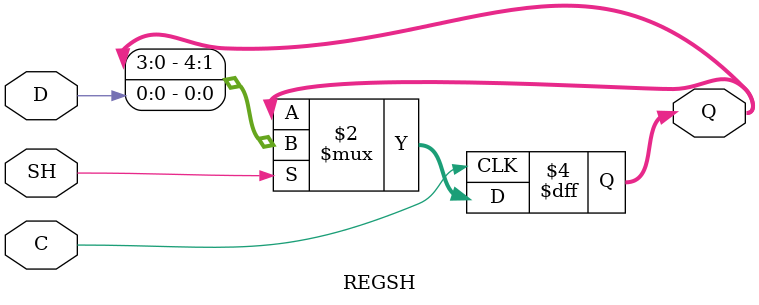
<source format=v>
module MorzD(	output reg [6:0]ABCDEFGY,
				output [6:0]ABCDEFGIY,
				output [1:0]StatusY,
					input aM,
						input C);
	//"-" >= 4T;
	//"." <= 3T;
	//âðåìÿ ìåæäó ýëåìåíòàìè < 7T;
	//âðåìÿ ìåæäó êîäàìè >= 7T;
	
	//Ñ× ñòðîáà
	wire [23:0]CTStrobQ;
	wire StrobY = CTStrobQ == 24'd12_500_000;
	CT #(24) CTStrob(.Q(CTStrobQ), .INC(1'd1), .R(StrobY), .C(C));
	
	//Ïîäàâëåíèå äðåáåçãà
	wire KQ;
	Chatter Chatter(.Q(KQ), .aX(aM), .C(C));
	
	//Âûÿâëåíèå ñïàäàþùåãî ôðîíòà
	wire TDelayQ;
	TD TDelay(.Q(TDelayQ), .D(KQ), .C(C));
	wire FFrontY = !KQ & TDelayQ;
	
	//Ñ× äëèòåëüíîñòè ýëåìåíòà
	wire [2:0]CTLongQ;
	wire CTLongEq4Y = CTLongQ == 3'd4;
	CT #(3) CTLong(.Q(CTLongQ), .INC(KQ & !CTLongEq4Y & StrobY), .R(FFrontY), .C(C));

	//Ñ× äëèòåëüíîñòè èíòåðâàëà ìåæäó êîäàìè
	wire [2:0]CTIntervalQ;
	wire CTIntervalEq7Y = CTIntervalQ == 3'd7;
	CT #(3) CTInterval(.Q(CTIntervalQ), .INC(!KQ & !CTIntervalEq7Y & StrobY), .R(KQ), .C(C));
	
	//Âûÿâëåíèå íàðàñòàþùåãî ôðîíòà
	wire RFrontY = KQ & !TDelayQ;
	
	//Ñ× áèòîâ
	wire [2:0]CTBitQ;
	wire INC_CTBit = FFrontY & (CTBitQ != 3'd5);
	CT #(3) CTBit(.Q(CTBitQ), .INC(INC_CTBit), .R(RFrontY & CTIntervalEq7Y), .C(C));
	
	//ÐÅÃ áèòîâ
	wire [4:0]REGBitQ;
	REGSH REGBit(.Q(REGBitQ), .SH(INC_CTBit), .D(CTLongEq4Y), .C(C));
	// _____
	//|	 a	|
	//|f	|b
	//|		|
	//|_____|
	//|	 g	|
	//|e	|c
	//|		|
	//|_____|
	//	 d
	reg ErrorY;
	always @(*)
	begin
		if(CTBitQ == 3'd5)
		begin
			case(REGBitQ)
				5'b11111:	begin			//abcdefg
								ErrorY = 0;
								ABCDEFGY = 7'b1111110; //0
							end
				5'b01111:	begin//1
								ErrorY = 0;
								ABCDEFGY = 7'b0110000; //1
							end
				5'b00111:	begin//2
								ErrorY = 0;
								ABCDEFGY = 7'b1101101; //2
							end
				5'b00011:	begin
								ErrorY = 0;
								ABCDEFGY = 7'b1111001; //3
							end
				5'b00001:	begin
								ErrorY = 0;
								ABCDEFGY = 7'b0110011; //4
							end
				5'b00000:	begin
								ErrorY = 0;
								ABCDEFGY = 7'b1011011; //5
							end
				5'b10000:	begin
								ErrorY = 0;
								ABCDEFGY = 7'b1011111; //6
							end
				5'b11000:	begin
								ErrorY = 0;
								ABCDEFGY = 7'b1110000; //7
							end
				5'b11100:	begin
								ErrorY = 0;
								ABCDEFGY = 7'b1111111; //8
							end
				5'b11110:	begin
								ErrorY = 0;
								ABCDEFGY = 7'b1111011; //9
							end
				default:	begin
								ErrorY = 1'd1;
								ABCDEFGY = 7'b1001001;	//îøèáêà
							end
			endcase
		end	else
			begin
				ErrorY = 0;
				ABCDEFGY = 7'd0;
			end
	end
	
	assign ABCDEFGIY = KQ? (CTLongEq4Y? 7'b0110000 : 7'b1111110) : (CTIntervalEq7Y? 7'b0000000 : 7'b0000001);
	
	// StateY:
	// 00 - â ïðîöåññå;
	// 01 - ïðîñòàèâàíèå;
	// 10 - ðåçóëüòàò;
	// 11 - îøèáêà;
	assign StatusY = {CTBitQ == 3'd5, (CTBitQ == 3'd5)? ErrorY : CTIntervalEq7Y};
endmodule

module REGSH(output reg [4:0]Q, input SH, D, input C);
	always @(posedge C)
	begin
		if(SH) begin Q <= {Q[3:0], D}; end
	end
endmodule
</source>
